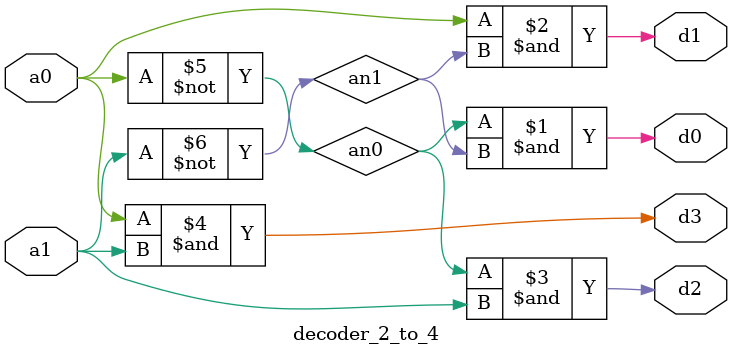
<source format=v>
`timescale 1ns / 1ns


module decoder_2_to_4(
    input a0,
    input a1,
    output d0,
    output d1,
    output d2,
    output d3
    );
               not(an0,a0),(an1,a1);
               and(d0,an0,an1),(d1,a0,an1),(d2,an0,a1),(d3,a0,a1);
endmodule


//Testbench code for 2-4 Decoder Structural/Gate Level Modelling


</source>
